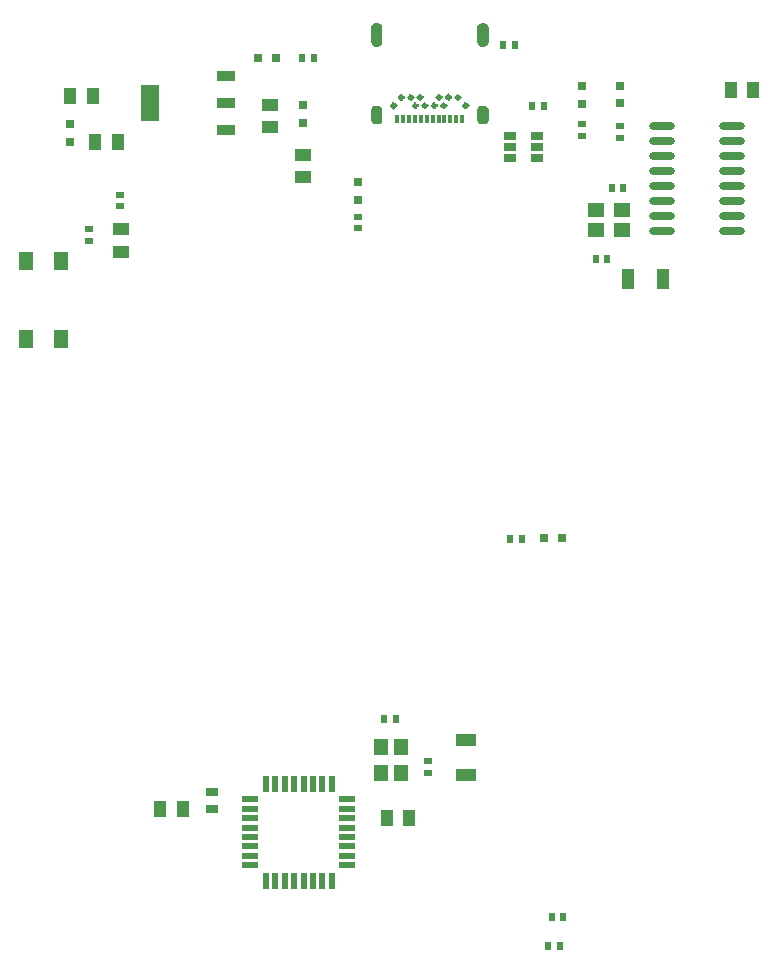
<source format=gtp>
G04*
G04 #@! TF.GenerationSoftware,Altium Limited,Altium Designer,22.3.1 (43)*
G04*
G04 Layer_Color=8421504*
%FSLAX25Y25*%
%MOIN*%
G70*
G04*
G04 #@! TF.SameCoordinates,BE9DF307-5FBB-4082-8082-0A4452DDA755*
G04*
G04*
G04 #@! TF.FilePolarity,Positive*
G04*
G01*
G75*
%ADD18C,0.01378*%
%ADD19C,0.01280*%
%ADD20R,0.04400X0.07100*%
%ADD21R,0.07100X0.04400*%
%ADD22R,0.03937X0.02756*%
%ADD23R,0.02362X0.02756*%
%ADD24R,0.03150X0.03150*%
%ADD25R,0.01181X0.02756*%
%ADD26R,0.03150X0.03150*%
%ADD27R,0.04724X0.05511*%
%ADD28R,0.03937X0.05709*%
%ADD29R,0.03937X0.02953*%
%ADD30R,0.02756X0.02362*%
%ADD31R,0.05511X0.04724*%
%ADD32R,0.05709X0.03937*%
%ADD33R,0.06300X0.03300*%
%ADD34R,0.06300X0.12200*%
%ADD35O,0.08661X0.02400*%
%ADD36R,0.05800X0.02000*%
%ADD37R,0.02000X0.05800*%
%ADD38R,0.04724X0.05906*%
G36*
X163684Y339167D02*
X164237Y338613D01*
X164537Y337889D01*
Y337498D01*
Y333561D01*
Y333169D01*
X164237Y332446D01*
X163684Y331892D01*
X162960Y331592D01*
X162177D01*
X161454Y331892D01*
X160900Y332446D01*
X160600Y333169D01*
Y333561D01*
Y337498D01*
Y337889D01*
X160900Y338613D01*
X161454Y339167D01*
X162177Y339466D01*
X162960D01*
X163684Y339167D01*
D02*
G37*
G36*
X179890Y306158D02*
X178709D01*
Y308914D01*
X179890D01*
Y306158D01*
D02*
G37*
G36*
X177921D02*
X176740D01*
Y308914D01*
X177921D01*
Y306158D01*
D02*
G37*
G36*
X175953D02*
X174772D01*
Y308914D01*
X175953D01*
Y306158D01*
D02*
G37*
G36*
X173984D02*
X172803D01*
Y308914D01*
X173984D01*
Y306158D01*
D02*
G37*
G36*
X172016D02*
X170835D01*
Y308914D01*
X172016D01*
Y306158D01*
D02*
G37*
G36*
X170047D02*
X168866D01*
Y308914D01*
X170047D01*
Y306158D01*
D02*
G37*
G36*
X163684Y311607D02*
X164237Y311053D01*
X164537Y310330D01*
Y309939D01*
Y307576D01*
Y307185D01*
X164237Y306461D01*
X163684Y305908D01*
X162960Y305608D01*
X162177D01*
X161454Y305908D01*
X160900Y306461D01*
X160600Y307185D01*
Y307576D01*
Y309939D01*
Y310330D01*
X160900Y311053D01*
X161454Y311607D01*
X162177Y311907D01*
X162960D01*
X163684Y311607D01*
D02*
G37*
G36*
X181858Y306158D02*
X180677D01*
Y308914D01*
X181858D01*
Y306158D01*
D02*
G37*
G36*
X183827D02*
X182646D01*
Y308914D01*
X183827D01*
Y306158D01*
D02*
G37*
G36*
X185795D02*
X184614D01*
Y308914D01*
X185795D01*
Y306158D01*
D02*
G37*
G36*
X187764D02*
X186583D01*
Y308914D01*
X187764D01*
Y306158D01*
D02*
G37*
G36*
X189732D02*
X188551D01*
Y308914D01*
X189732D01*
Y306158D01*
D02*
G37*
G36*
X191700D02*
X190519D01*
Y308914D01*
X191700D01*
Y306158D01*
D02*
G37*
G36*
X196033Y309939D02*
Y310330D01*
X196333Y311053D01*
X196887Y311607D01*
X197610Y311907D01*
X198393D01*
X199117Y311607D01*
X199671Y311053D01*
X199970Y310330D01*
Y309939D01*
D01*
Y307576D01*
Y307185D01*
X199671Y306461D01*
X199117Y305908D01*
X198393Y305608D01*
X197610D01*
X196887Y305908D01*
X196333Y306461D01*
X196033Y307185D01*
Y307576D01*
D01*
Y309939D01*
D02*
G37*
G36*
Y337498D02*
Y337889D01*
X196333Y338613D01*
X196887Y339167D01*
X197610Y339466D01*
X198393D01*
X199117Y339167D01*
X199671Y338613D01*
X199970Y337889D01*
Y337498D01*
D01*
Y333561D01*
Y333169D01*
X199671Y332446D01*
X199117Y331892D01*
X198393Y331592D01*
X197610D01*
X196887Y331892D01*
X196333Y332446D01*
X196033Y333169D01*
Y333561D01*
D01*
Y337498D01*
D02*
G37*
D18*
X192983Y311906D02*
G03*
X192983Y311906I-689J0D01*
G01*
X168967D02*
G03*
X168967Y311906I-689J0D01*
G01*
D19*
X171477Y314662D02*
G03*
X171477Y314662I-640J0D01*
G01*
X190375D02*
G03*
X190375Y314662I-640J0D01*
G01*
X174627D02*
G03*
X174627Y314662I-640J0D01*
G01*
X187225D02*
G03*
X187225Y314662I-640J0D01*
G01*
X177776D02*
G03*
X177776Y314662I-640J0D01*
G01*
X184076D02*
G03*
X184076Y314662I-640J0D01*
G01*
X176202Y311906D02*
G03*
X176202Y311906I-640J0D01*
G01*
X185650D02*
G03*
X185650Y311906I-640J0D01*
G01*
X179351D02*
G03*
X179351Y311906I-640J0D01*
G01*
X182501D02*
G03*
X182501Y311906I-640J0D01*
G01*
D20*
X258134Y253975D02*
D03*
X246334D02*
D03*
D21*
X192418Y88753D02*
D03*
Y100553D02*
D03*
D22*
X216215Y301823D02*
D03*
Y298083D02*
D03*
Y294342D02*
D03*
X206914D02*
D03*
Y298083D02*
D03*
Y301823D02*
D03*
D23*
X214395Y311629D02*
D03*
X218332D02*
D03*
X211002Y167473D02*
D03*
X207065D02*
D03*
X220896Y41557D02*
D03*
X224833D02*
D03*
X219761Y31864D02*
D03*
X223698D02*
D03*
X244833Y284558D02*
D03*
X240896D02*
D03*
X235597Y260718D02*
D03*
X239534D02*
D03*
X137779Y327668D02*
D03*
X141716D02*
D03*
X204789Y331984D02*
D03*
X208726D02*
D03*
X169076Y107370D02*
D03*
X165139D02*
D03*
D24*
X230953Y318276D02*
D03*
Y312371D02*
D03*
X137981Y312036D02*
D03*
Y306131D02*
D03*
X243673Y312630D02*
D03*
Y318535D02*
D03*
X156554Y280464D02*
D03*
Y286369D02*
D03*
X60537Y299861D02*
D03*
Y305766D02*
D03*
D25*
X169459Y307537D02*
D03*
X171427D02*
D03*
X173396D02*
D03*
X175364D02*
D03*
X177333D02*
D03*
X179301D02*
D03*
X181270D02*
D03*
X183238D02*
D03*
X185207D02*
D03*
X187175D02*
D03*
X189144D02*
D03*
X191112D02*
D03*
D26*
X224234Y167669D02*
D03*
X218328D02*
D03*
X122990Y327739D02*
D03*
X128895D02*
D03*
D27*
X170720Y89563D02*
D03*
Y98224D02*
D03*
X164026Y89563D02*
D03*
Y98225D02*
D03*
D28*
X173424Y74504D02*
D03*
X165943D02*
D03*
X90474Y77538D02*
D03*
X97954D02*
D03*
X60530Y315036D02*
D03*
X68010D02*
D03*
X68873Y299874D02*
D03*
X76353D02*
D03*
X280685Y316997D02*
D03*
X288166D02*
D03*
D29*
X107581Y83022D02*
D03*
Y77510D02*
D03*
D30*
X243673Y305186D02*
D03*
Y301249D02*
D03*
X230953Y305741D02*
D03*
Y301803D02*
D03*
X156380Y270929D02*
D03*
Y274866D02*
D03*
X77216Y278265D02*
D03*
Y282202D02*
D03*
X66771Y270618D02*
D03*
Y266681D02*
D03*
X179752Y89352D02*
D03*
Y93290D02*
D03*
D31*
X244323Y276963D02*
D03*
X235662D02*
D03*
X244323Y270270D02*
D03*
X235661D02*
D03*
D32*
X126976Y312102D02*
D03*
Y304622D02*
D03*
X77321Y263157D02*
D03*
Y270637D02*
D03*
X138063Y295430D02*
D03*
Y287949D02*
D03*
D33*
X112390Y321859D02*
D03*
Y312759D02*
D03*
Y303659D02*
D03*
D34*
X87190Y312759D02*
D03*
D35*
X281000Y305242D02*
D03*
Y300242D02*
D03*
Y295242D02*
D03*
Y290242D02*
D03*
Y285242D02*
D03*
Y280242D02*
D03*
Y275242D02*
D03*
Y270242D02*
D03*
X257600D02*
D03*
Y275242D02*
D03*
Y280242D02*
D03*
Y285242D02*
D03*
Y290242D02*
D03*
Y295242D02*
D03*
Y300242D02*
D03*
Y305242D02*
D03*
D36*
X152857Y58633D02*
D03*
Y61733D02*
D03*
Y64933D02*
D03*
Y68033D02*
D03*
Y71233D02*
D03*
Y74333D02*
D03*
Y77533D02*
D03*
Y80633D02*
D03*
X120457D02*
D03*
Y77533D02*
D03*
Y74333D02*
D03*
Y71233D02*
D03*
Y68033D02*
D03*
Y64933D02*
D03*
Y61733D02*
D03*
Y58633D02*
D03*
D37*
X147658Y85833D02*
D03*
X144557D02*
D03*
X141358D02*
D03*
X138258D02*
D03*
X135057D02*
D03*
X131957D02*
D03*
X128758D02*
D03*
X125657D02*
D03*
Y53433D02*
D03*
X128758D02*
D03*
X131957D02*
D03*
X135057D02*
D03*
X138258D02*
D03*
X141358D02*
D03*
X144557D02*
D03*
X147658D02*
D03*
D38*
X57408Y234224D02*
D03*
X45597Y260208D02*
D03*
X57408D02*
D03*
X45597Y234224D02*
D03*
M02*

</source>
